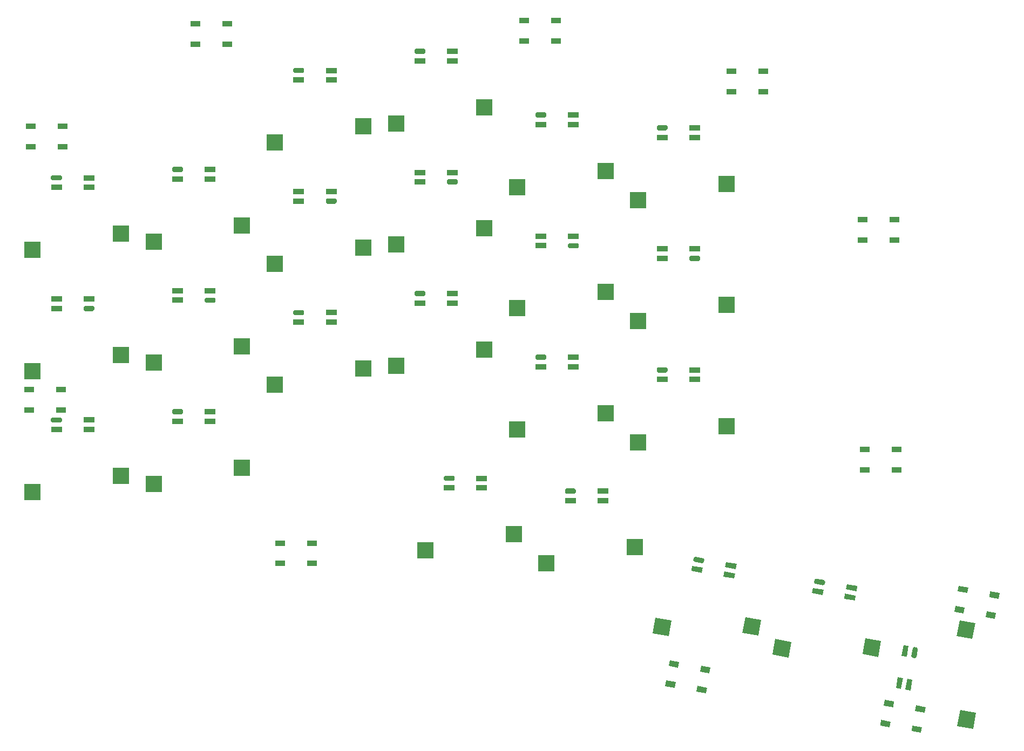
<source format=gbr>
%TF.GenerationSoftware,KiCad,Pcbnew,5.1.9*%
%TF.CreationDate,2021-05-05T06:58:16-05:00*%
%TF.ProjectId,monarch,6d6f6e61-7263-4682-9e6b-696361645f70,rev?*%
%TF.SameCoordinates,Original*%
%TF.FileFunction,Paste,Bot*%
%TF.FilePolarity,Positive*%
%FSLAX46Y46*%
G04 Gerber Fmt 4.6, Leading zero omitted, Abs format (unit mm)*
G04 Created by KiCad (PCBNEW 5.1.9) date 2021-05-05 06:58:16*
%MOMM*%
%LPD*%
G01*
G04 APERTURE LIST*
%ADD10R,1.501140X0.899160*%
%ADD11R,2.550000X2.500000*%
%ADD12C,0.100000*%
%ADD13R,1.700000X0.820000*%
G04 APERTURE END LIST*
D10*
%TO.C,L2*%
X95000640Y-15600200D03*
X95000640Y-12399800D03*
X99999360Y-12399800D03*
X99999360Y-15600200D03*
%TD*%
D11*
%TO.C,SW18*%
X112935000Y-78571000D03*
X126785000Y-76031000D03*
%TD*%
%TO.C,SW15*%
X55935000Y-69571000D03*
X69785000Y-67031000D03*
%TD*%
D12*
%TO.C,SW22*%
G36*
X163324584Y-106523230D02*
G01*
X165786603Y-106957350D01*
X165343800Y-109468610D01*
X162881781Y-109034490D01*
X163324584Y-106523230D01*
G37*
G36*
X163420968Y-120603884D02*
G01*
X165882987Y-121038004D01*
X165440184Y-123549264D01*
X162978165Y-123115144D01*
X163420968Y-120603884D01*
G37*
%TD*%
%TO.C,SW24*%
G36*
X136946116Y-109900968D02*
G01*
X136511996Y-112362987D01*
X134000736Y-111920184D01*
X134434856Y-109458165D01*
X136946116Y-109900968D01*
G37*
G36*
X151026770Y-109804584D02*
G01*
X150592650Y-112266603D01*
X148081390Y-111823800D01*
X148515510Y-109361781D01*
X151026770Y-109804584D01*
G37*
%TD*%
%TO.C,SW23*%
G36*
X118146116Y-106550968D02*
G01*
X117711996Y-109012987D01*
X115200736Y-108570184D01*
X115634856Y-106108165D01*
X118146116Y-106550968D01*
G37*
G36*
X132226770Y-106454584D02*
G01*
X131792650Y-108916603D01*
X129281390Y-108473800D01*
X129715510Y-106011781D01*
X132226770Y-106454584D01*
G37*
%TD*%
D11*
%TO.C,SW1*%
X17935000Y-48421000D03*
X31785000Y-45881000D03*
%TD*%
%TO.C,SW2*%
X36935000Y-47121000D03*
X50785000Y-44581000D03*
%TD*%
%TO.C,SW3*%
X55935000Y-31571000D03*
X69785000Y-29031000D03*
%TD*%
%TO.C,SW4*%
X74935000Y-28571000D03*
X88785000Y-26031000D03*
%TD*%
%TO.C,SW5*%
X107785000Y-36031000D03*
X93935000Y-38571000D03*
%TD*%
%TO.C,SW6*%
X112935000Y-40571000D03*
X126785000Y-38031000D03*
%TD*%
%TO.C,SW7*%
X17935000Y-67421000D03*
X31785000Y-64881000D03*
%TD*%
%TO.C,SW8*%
X36935000Y-66121000D03*
X50785000Y-63581000D03*
%TD*%
%TO.C,SW9*%
X55935000Y-50571000D03*
X69785000Y-48031000D03*
%TD*%
%TO.C,SW10*%
X74935000Y-47571000D03*
X88785000Y-45031000D03*
%TD*%
%TO.C,SW11*%
X93935000Y-57571000D03*
X107785000Y-55031000D03*
%TD*%
%TO.C,SW12*%
X112935000Y-59571000D03*
X126785000Y-57031000D03*
%TD*%
%TO.C,SW13*%
X17935000Y-86421000D03*
X31785000Y-83881000D03*
%TD*%
%TO.C,SW14*%
X36935000Y-85121000D03*
X50785000Y-82581000D03*
%TD*%
%TO.C,SW16*%
X74935000Y-66571000D03*
X88785000Y-64031000D03*
%TD*%
%TO.C,SW17*%
X93935000Y-76571000D03*
X107785000Y-74031000D03*
%TD*%
%TO.C,SW20*%
X79547500Y-95580000D03*
X93397500Y-93040000D03*
%TD*%
%TO.C,SW21*%
X112397500Y-95040000D03*
X98547500Y-97580000D03*
%TD*%
D10*
%TO.C,L35*%
X17660640Y-32190200D03*
X17660640Y-28989800D03*
X22659360Y-28989800D03*
X22659360Y-32190200D03*
%TD*%
%TO.C,L34*%
X22399360Y-73500200D03*
X22399360Y-70299800D03*
X17400640Y-70299800D03*
X17400640Y-73500200D03*
%TD*%
%TO.C,L33*%
X56770640Y-97610200D03*
X56770640Y-94409800D03*
X61769360Y-94409800D03*
X61769360Y-97610200D03*
%TD*%
%TO.C,L31*%
G36*
G01*
X156325694Y-112471661D02*
X155921922Y-112400465D01*
G75*
G02*
X155755634Y-112162981I35598J201886D01*
G01*
X155979640Y-110892579D01*
G75*
G02*
X156217124Y-110726291I201886J-35598D01*
G01*
X156620896Y-110797487D01*
G75*
G02*
X156787184Y-111034971I-35598J-201886D01*
G01*
X156563178Y-112305373D01*
G75*
G02*
X156325694Y-112471661I-201886J35598D01*
G01*
G37*
D12*
G36*
X155050367Y-112246786D02*
G01*
X154242825Y-112104395D01*
X154538027Y-110430222D01*
X155345569Y-110572613D01*
X155050367Y-112246786D01*
G37*
G36*
X155641973Y-117529778D02*
G01*
X154834431Y-117387387D01*
X155129633Y-115713214D01*
X155937175Y-115855605D01*
X155641973Y-117529778D01*
G37*
G36*
X154164761Y-117269306D02*
G01*
X153357219Y-117126915D01*
X153652421Y-115452742D01*
X154459963Y-115595133D01*
X154164761Y-117269306D01*
G37*
%TD*%
%TO.C,L30*%
G36*
X147039306Y-102625239D02*
G01*
X146896915Y-103432781D01*
X145222742Y-103137579D01*
X145365133Y-102330037D01*
X147039306Y-102625239D01*
G37*
G36*
X147299778Y-101148027D02*
G01*
X147157387Y-101955569D01*
X145483214Y-101660367D01*
X145625605Y-100852825D01*
X147299778Y-101148027D01*
G37*
G36*
X142016786Y-101739633D02*
G01*
X141874395Y-102547175D01*
X140200222Y-102251973D01*
X140342613Y-101444431D01*
X142016786Y-101739633D01*
G37*
G36*
G01*
X142241661Y-100464306D02*
X142170465Y-100868078D01*
G75*
G02*
X141932981Y-101034366I-201886J35598D01*
G01*
X140662579Y-100810360D01*
G75*
G02*
X140496291Y-100572876I35598J201886D01*
G01*
X140567487Y-100169104D01*
G75*
G02*
X140804971Y-100002816I201886J-35598D01*
G01*
X142075373Y-100226822D01*
G75*
G02*
X142241661Y-100464306I-35598J-201886D01*
G01*
G37*
%TD*%
%TO.C,L29*%
G36*
X128097810Y-99171042D02*
G01*
X127955419Y-99978584D01*
X126281246Y-99683382D01*
X126423637Y-98875840D01*
X128097810Y-99171042D01*
G37*
G36*
X128358282Y-97693830D02*
G01*
X128215891Y-98501372D01*
X126541718Y-98206170D01*
X126684109Y-97398628D01*
X128358282Y-97693830D01*
G37*
G36*
X123075290Y-98285436D02*
G01*
X122932899Y-99092978D01*
X121258726Y-98797776D01*
X121401117Y-97990234D01*
X123075290Y-98285436D01*
G37*
G36*
G01*
X123300165Y-97010109D02*
X123228969Y-97413881D01*
G75*
G02*
X122991485Y-97580169I-201886J35598D01*
G01*
X121721083Y-97356163D01*
G75*
G02*
X121554795Y-97118679I35598J201886D01*
G01*
X121625991Y-96714907D01*
G75*
G02*
X121863475Y-96548619I201886J-35598D01*
G01*
X123133877Y-96772625D01*
G75*
G02*
X123300165Y-97010109I-35598J-201886D01*
G01*
G37*
%TD*%
D13*
%TO.C,L28*%
X107387500Y-87750000D03*
X107387500Y-86250000D03*
X102287500Y-87750000D03*
G36*
G01*
X103137500Y-86045000D02*
X103137500Y-86455000D01*
G75*
G02*
X102932500Y-86660000I-205000J0D01*
G01*
X101642500Y-86660000D01*
G75*
G02*
X101437500Y-86455000I0J205000D01*
G01*
X101437500Y-86045000D01*
G75*
G02*
X101642500Y-85840000I205000J0D01*
G01*
X102932500Y-85840000D01*
G75*
G02*
X103137500Y-86045000I0J-205000D01*
G01*
G37*
%TD*%
%TO.C,L27*%
X88387500Y-85750000D03*
X88387500Y-84250000D03*
X83287500Y-85750000D03*
G36*
G01*
X84137500Y-84045000D02*
X84137500Y-84455000D01*
G75*
G02*
X83932500Y-84660000I-205000J0D01*
G01*
X82642500Y-84660000D01*
G75*
G02*
X82437500Y-84455000I0J205000D01*
G01*
X82437500Y-84045000D01*
G75*
G02*
X82642500Y-83840000I205000J0D01*
G01*
X83932500Y-83840000D01*
G75*
G02*
X84137500Y-84045000I0J-205000D01*
G01*
G37*
%TD*%
%TO.C,L26*%
G36*
G01*
X117525000Y-67036000D02*
X117525000Y-67446000D01*
G75*
G02*
X117320000Y-67651000I-205000J0D01*
G01*
X116030000Y-67651000D01*
G75*
G02*
X115825000Y-67446000I0J205000D01*
G01*
X115825000Y-67036000D01*
G75*
G02*
X116030000Y-66831000I205000J0D01*
G01*
X117320000Y-66831000D01*
G75*
G02*
X117525000Y-67036000I0J-205000D01*
G01*
G37*
X116675000Y-68741000D03*
X121775000Y-67241000D03*
X121775000Y-68741000D03*
%TD*%
%TO.C,L25*%
G36*
G01*
X98525000Y-65036000D02*
X98525000Y-65446000D01*
G75*
G02*
X98320000Y-65651000I-205000J0D01*
G01*
X97030000Y-65651000D01*
G75*
G02*
X96825000Y-65446000I0J205000D01*
G01*
X96825000Y-65036000D01*
G75*
G02*
X97030000Y-64831000I205000J0D01*
G01*
X98320000Y-64831000D01*
G75*
G02*
X98525000Y-65036000I0J-205000D01*
G01*
G37*
X97675000Y-66741000D03*
X102775000Y-65241000D03*
X102775000Y-66741000D03*
%TD*%
%TO.C,L24*%
G36*
G01*
X79525000Y-55036000D02*
X79525000Y-55446000D01*
G75*
G02*
X79320000Y-55651000I-205000J0D01*
G01*
X78030000Y-55651000D01*
G75*
G02*
X77825000Y-55446000I0J205000D01*
G01*
X77825000Y-55036000D01*
G75*
G02*
X78030000Y-54831000I205000J0D01*
G01*
X79320000Y-54831000D01*
G75*
G02*
X79525000Y-55036000I0J-205000D01*
G01*
G37*
X78675000Y-56741000D03*
X83775000Y-55241000D03*
X83775000Y-56741000D03*
%TD*%
%TO.C,L23*%
G36*
G01*
X60525000Y-58036000D02*
X60525000Y-58446000D01*
G75*
G02*
X60320000Y-58651000I-205000J0D01*
G01*
X59030000Y-58651000D01*
G75*
G02*
X58825000Y-58446000I0J205000D01*
G01*
X58825000Y-58036000D01*
G75*
G02*
X59030000Y-57831000I205000J0D01*
G01*
X60320000Y-57831000D01*
G75*
G02*
X60525000Y-58036000I0J-205000D01*
G01*
G37*
X59675000Y-59741000D03*
X64775000Y-58241000D03*
X64775000Y-59741000D03*
%TD*%
%TO.C,L22*%
G36*
G01*
X41525000Y-73586000D02*
X41525000Y-73996000D01*
G75*
G02*
X41320000Y-74201000I-205000J0D01*
G01*
X40030000Y-74201000D01*
G75*
G02*
X39825000Y-73996000I0J205000D01*
G01*
X39825000Y-73586000D01*
G75*
G02*
X40030000Y-73381000I205000J0D01*
G01*
X41320000Y-73381000D01*
G75*
G02*
X41525000Y-73586000I0J-205000D01*
G01*
G37*
X40675000Y-75291000D03*
X45775000Y-73791000D03*
X45775000Y-75291000D03*
%TD*%
%TO.C,L21*%
G36*
G01*
X22525000Y-74886000D02*
X22525000Y-75296000D01*
G75*
G02*
X22320000Y-75501000I-205000J0D01*
G01*
X21030000Y-75501000D01*
G75*
G02*
X20825000Y-75296000I0J205000D01*
G01*
X20825000Y-74886000D01*
G75*
G02*
X21030000Y-74681000I205000J0D01*
G01*
X22320000Y-74681000D01*
G75*
G02*
X22525000Y-74886000I0J-205000D01*
G01*
G37*
X21675000Y-76591000D03*
X26775000Y-75091000D03*
X26775000Y-76591000D03*
%TD*%
%TO.C,L20*%
G36*
G01*
X25925000Y-57796000D02*
X25925000Y-57386000D01*
G75*
G02*
X26130000Y-57181000I205000J0D01*
G01*
X27420000Y-57181000D01*
G75*
G02*
X27625000Y-57386000I0J-205000D01*
G01*
X27625000Y-57796000D01*
G75*
G02*
X27420000Y-58001000I-205000J0D01*
G01*
X26130000Y-58001000D01*
G75*
G02*
X25925000Y-57796000I0J205000D01*
G01*
G37*
X26775000Y-56091000D03*
X21675000Y-57591000D03*
X21675000Y-56091000D03*
%TD*%
%TO.C,L19*%
G36*
G01*
X44925000Y-56496000D02*
X44925000Y-56086000D01*
G75*
G02*
X45130000Y-55881000I205000J0D01*
G01*
X46420000Y-55881000D01*
G75*
G02*
X46625000Y-56086000I0J-205000D01*
G01*
X46625000Y-56496000D01*
G75*
G02*
X46420000Y-56701000I-205000J0D01*
G01*
X45130000Y-56701000D01*
G75*
G02*
X44925000Y-56496000I0J205000D01*
G01*
G37*
X45775000Y-54791000D03*
X40675000Y-56291000D03*
X40675000Y-54791000D03*
%TD*%
%TO.C,L18*%
G36*
G01*
X63925000Y-40946000D02*
X63925000Y-40536000D01*
G75*
G02*
X64130000Y-40331000I205000J0D01*
G01*
X65420000Y-40331000D01*
G75*
G02*
X65625000Y-40536000I0J-205000D01*
G01*
X65625000Y-40946000D01*
G75*
G02*
X65420000Y-41151000I-205000J0D01*
G01*
X64130000Y-41151000D01*
G75*
G02*
X63925000Y-40946000I0J205000D01*
G01*
G37*
X64775000Y-39241000D03*
X59675000Y-40741000D03*
X59675000Y-39241000D03*
%TD*%
%TO.C,L17*%
G36*
G01*
X82925000Y-37946000D02*
X82925000Y-37536000D01*
G75*
G02*
X83130000Y-37331000I205000J0D01*
G01*
X84420000Y-37331000D01*
G75*
G02*
X84625000Y-37536000I0J-205000D01*
G01*
X84625000Y-37946000D01*
G75*
G02*
X84420000Y-38151000I-205000J0D01*
G01*
X83130000Y-38151000D01*
G75*
G02*
X82925000Y-37946000I0J205000D01*
G01*
G37*
X83775000Y-36241000D03*
X78675000Y-37741000D03*
X78675000Y-36241000D03*
%TD*%
%TO.C,L16*%
G36*
G01*
X101925000Y-47946000D02*
X101925000Y-47536000D01*
G75*
G02*
X102130000Y-47331000I205000J0D01*
G01*
X103420000Y-47331000D01*
G75*
G02*
X103625000Y-47536000I0J-205000D01*
G01*
X103625000Y-47946000D01*
G75*
G02*
X103420000Y-48151000I-205000J0D01*
G01*
X102130000Y-48151000D01*
G75*
G02*
X101925000Y-47946000I0J205000D01*
G01*
G37*
X102775000Y-46241000D03*
X97675000Y-47741000D03*
X97675000Y-46241000D03*
%TD*%
%TO.C,L15*%
G36*
G01*
X120925000Y-49946000D02*
X120925000Y-49536000D01*
G75*
G02*
X121130000Y-49331000I205000J0D01*
G01*
X122420000Y-49331000D01*
G75*
G02*
X122625000Y-49536000I0J-205000D01*
G01*
X122625000Y-49946000D01*
G75*
G02*
X122420000Y-50151000I-205000J0D01*
G01*
X121130000Y-50151000D01*
G75*
G02*
X120925000Y-49946000I0J205000D01*
G01*
G37*
X121775000Y-48241000D03*
X116675000Y-49741000D03*
X116675000Y-48241000D03*
%TD*%
%TO.C,L14*%
G36*
G01*
X117525000Y-29036000D02*
X117525000Y-29446000D01*
G75*
G02*
X117320000Y-29651000I-205000J0D01*
G01*
X116030000Y-29651000D01*
G75*
G02*
X115825000Y-29446000I0J205000D01*
G01*
X115825000Y-29036000D01*
G75*
G02*
X116030000Y-28831000I205000J0D01*
G01*
X117320000Y-28831000D01*
G75*
G02*
X117525000Y-29036000I0J-205000D01*
G01*
G37*
X116675000Y-30741000D03*
X121775000Y-29241000D03*
X121775000Y-30741000D03*
%TD*%
%TO.C,L13*%
G36*
G01*
X98525000Y-27036000D02*
X98525000Y-27446000D01*
G75*
G02*
X98320000Y-27651000I-205000J0D01*
G01*
X97030000Y-27651000D01*
G75*
G02*
X96825000Y-27446000I0J205000D01*
G01*
X96825000Y-27036000D01*
G75*
G02*
X97030000Y-26831000I205000J0D01*
G01*
X98320000Y-26831000D01*
G75*
G02*
X98525000Y-27036000I0J-205000D01*
G01*
G37*
X97675000Y-28741000D03*
X102775000Y-27241000D03*
X102775000Y-28741000D03*
%TD*%
%TO.C,L12*%
G36*
G01*
X79525000Y-17036000D02*
X79525000Y-17446000D01*
G75*
G02*
X79320000Y-17651000I-205000J0D01*
G01*
X78030000Y-17651000D01*
G75*
G02*
X77825000Y-17446000I0J205000D01*
G01*
X77825000Y-17036000D01*
G75*
G02*
X78030000Y-16831000I205000J0D01*
G01*
X79320000Y-16831000D01*
G75*
G02*
X79525000Y-17036000I0J-205000D01*
G01*
G37*
X78675000Y-18741000D03*
X83775000Y-17241000D03*
X83775000Y-18741000D03*
%TD*%
%TO.C,L11*%
G36*
G01*
X60525000Y-20036000D02*
X60525000Y-20446000D01*
G75*
G02*
X60320000Y-20651000I-205000J0D01*
G01*
X59030000Y-20651000D01*
G75*
G02*
X58825000Y-20446000I0J205000D01*
G01*
X58825000Y-20036000D01*
G75*
G02*
X59030000Y-19831000I205000J0D01*
G01*
X60320000Y-19831000D01*
G75*
G02*
X60525000Y-20036000I0J-205000D01*
G01*
G37*
X59675000Y-21741000D03*
X64775000Y-20241000D03*
X64775000Y-21741000D03*
%TD*%
%TO.C,L10*%
G36*
G01*
X41525000Y-35586000D02*
X41525000Y-35996000D01*
G75*
G02*
X41320000Y-36201000I-205000J0D01*
G01*
X40030000Y-36201000D01*
G75*
G02*
X39825000Y-35996000I0J205000D01*
G01*
X39825000Y-35586000D01*
G75*
G02*
X40030000Y-35381000I205000J0D01*
G01*
X41320000Y-35381000D01*
G75*
G02*
X41525000Y-35586000I0J-205000D01*
G01*
G37*
X40675000Y-37291000D03*
X45775000Y-35791000D03*
X45775000Y-37291000D03*
%TD*%
%TO.C,L9*%
G36*
G01*
X22525000Y-36886000D02*
X22525000Y-37296000D01*
G75*
G02*
X22320000Y-37501000I-205000J0D01*
G01*
X21030000Y-37501000D01*
G75*
G02*
X20825000Y-37296000I0J205000D01*
G01*
X20825000Y-36886000D01*
G75*
G02*
X21030000Y-36681000I205000J0D01*
G01*
X22320000Y-36681000D01*
G75*
G02*
X22525000Y-36886000I0J-205000D01*
G01*
G37*
X21675000Y-38591000D03*
X26775000Y-37091000D03*
X26775000Y-38591000D03*
%TD*%
D12*
%TO.C,L8*%
G36*
X117309641Y-115968795D02*
G01*
X118787975Y-116229465D01*
X118631837Y-117114965D01*
X117153503Y-116854295D01*
X117309641Y-115968795D01*
G37*
G36*
X117865385Y-112817016D02*
G01*
X119343719Y-113077686D01*
X119187581Y-113963186D01*
X117709247Y-113702516D01*
X117865385Y-112817016D01*
G37*
G36*
X122788163Y-113685035D02*
G01*
X124266497Y-113945705D01*
X124110359Y-114831205D01*
X122632025Y-114570535D01*
X122788163Y-113685035D01*
G37*
G36*
X122232419Y-116836814D02*
G01*
X123710753Y-117097484D01*
X123554615Y-117982984D01*
X122076281Y-117722314D01*
X122232419Y-116836814D01*
G37*
%TD*%
%TO.C,L7*%
G36*
X151029641Y-122168795D02*
G01*
X152507975Y-122429465D01*
X152351837Y-123314965D01*
X150873503Y-123054295D01*
X151029641Y-122168795D01*
G37*
G36*
X151585385Y-119017016D02*
G01*
X153063719Y-119277686D01*
X152907581Y-120163186D01*
X151429247Y-119902516D01*
X151585385Y-119017016D01*
G37*
G36*
X156508163Y-119885035D02*
G01*
X157986497Y-120145705D01*
X157830359Y-121031205D01*
X156352025Y-120770535D01*
X156508163Y-119885035D01*
G37*
G36*
X155952419Y-123036814D02*
G01*
X157430753Y-123297484D01*
X157274615Y-124182984D01*
X155796281Y-123922314D01*
X155952419Y-123036814D01*
G37*
%TD*%
%TO.C,L6*%
G36*
X162659641Y-104278795D02*
G01*
X164137975Y-104539465D01*
X163981837Y-105424965D01*
X162503503Y-105164295D01*
X162659641Y-104278795D01*
G37*
G36*
X163215385Y-101127016D02*
G01*
X164693719Y-101387686D01*
X164537581Y-102273186D01*
X163059247Y-102012516D01*
X163215385Y-101127016D01*
G37*
G36*
X168138163Y-101995035D02*
G01*
X169616497Y-102255705D01*
X169460359Y-103141205D01*
X167982025Y-102880535D01*
X168138163Y-101995035D01*
G37*
G36*
X167582419Y-105146814D02*
G01*
X169060753Y-105407484D01*
X168904615Y-106292984D01*
X167426281Y-106032314D01*
X167582419Y-105146814D01*
G37*
%TD*%
D10*
%TO.C,L5*%
X148420640Y-82890200D03*
X148420640Y-79689800D03*
X153419360Y-79689800D03*
X153419360Y-82890200D03*
%TD*%
%TO.C,L4*%
X148110640Y-46850200D03*
X148110640Y-43649800D03*
X153109360Y-43649800D03*
X153109360Y-46850200D03*
%TD*%
%TO.C,L3*%
X127570640Y-23590200D03*
X127570640Y-20389800D03*
X132569360Y-20389800D03*
X132569360Y-23590200D03*
%TD*%
%TO.C,L1*%
X43500640Y-16100200D03*
X43500640Y-12899800D03*
X48499360Y-12899800D03*
X48499360Y-16100200D03*
%TD*%
M02*

</source>
